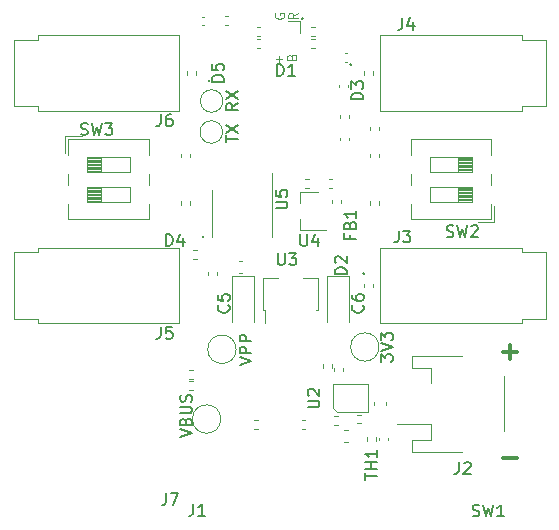
<source format=gbr>
%TF.GenerationSoftware,KiCad,Pcbnew,(5.1.8)-1*%
%TF.CreationDate,2021-07-06T20:41:50+01:00*%
%TF.ProjectId,ESP32-S2-PowerMeter,45535033-322d-4533-922d-506f7765724d,rev?*%
%TF.SameCoordinates,Original*%
%TF.FileFunction,Legend,Top*%
%TF.FilePolarity,Positive*%
%FSLAX46Y46*%
G04 Gerber Fmt 4.6, Leading zero omitted, Abs format (unit mm)*
G04 Created by KiCad (PCBNEW (5.1.8)-1) date 2021-07-06 20:41:50*
%MOMM*%
%LPD*%
G01*
G04 APERTURE LIST*
%ADD10C,0.300000*%
%ADD11C,0.120000*%
%ADD12C,0.150000*%
%ADD13C,0.100000*%
G04 APERTURE END LIST*
D10*
X142428571Y-162607142D02*
X143571428Y-162607142D01*
X142428571Y-153607142D02*
X143571428Y-153607142D01*
X143000000Y-154178571D02*
X143000000Y-153035714D01*
D11*
%TO.C,C1*%
X128959420Y-160190000D02*
X129240580Y-160190000D01*
X128959420Y-161210000D02*
X129240580Y-161210000D01*
%TO.C,C2*%
X131490000Y-158140580D02*
X131490000Y-157859420D01*
X132510000Y-158140580D02*
X132510000Y-157859420D01*
%TO.C,C3*%
X132660000Y-160892164D02*
X132660000Y-161107836D01*
X131940000Y-160892164D02*
X131940000Y-161107836D01*
%TO.C,C4*%
X117107836Y-125960000D02*
X116892164Y-125960000D01*
X117107836Y-125240000D02*
X116892164Y-125240000D01*
%TO.C,C5*%
X121335000Y-151100000D02*
X121335000Y-147190000D01*
X121335000Y-147190000D02*
X119465000Y-147190000D01*
X119465000Y-147190000D02*
X119465000Y-151100000D01*
%TO.C,C6*%
X129335000Y-151100000D02*
X129335000Y-147190000D01*
X129335000Y-147190000D02*
X127465000Y-147190000D01*
X127465000Y-147190000D02*
X127465000Y-151100000D01*
%TO.C,C7*%
X128540000Y-131207836D02*
X128540000Y-130992164D01*
X129260000Y-131207836D02*
X129260000Y-130992164D01*
%TO.C,C8*%
X129207836Y-129060000D02*
X128992164Y-129060000D01*
X129207836Y-128340000D02*
X128992164Y-128340000D01*
%TO.C,C9*%
X128640000Y-135707836D02*
X128640000Y-135492164D01*
X129360000Y-135707836D02*
X129360000Y-135492164D01*
%TO.C,C10*%
X129360000Y-133592164D02*
X129360000Y-133807836D01*
X128640000Y-133592164D02*
X128640000Y-133807836D01*
%TO.C,D1*%
X125511803Y-125400000D02*
G75*
G03*
X125511803Y-125400000I-111803J0D01*
G01*
X124200000Y-125600000D02*
X125200000Y-125600000D01*
X125200000Y-125600000D02*
X125200000Y-126600000D01*
X123400000Y-129050000D02*
X123400000Y-128550000D01*
X123150000Y-128800000D02*
X123650000Y-128800000D01*
%TO.C,J2*%
X138940000Y-162060000D02*
X134690000Y-162060000D01*
X134690000Y-162060000D02*
X134690000Y-161040000D01*
X134690000Y-161040000D02*
X136290000Y-161040000D01*
X136290000Y-161040000D02*
X136290000Y-159760000D01*
X136290000Y-159760000D02*
X133400000Y-159760000D01*
X138940000Y-153940000D02*
X134690000Y-153940000D01*
X134690000Y-153940000D02*
X134690000Y-154960000D01*
X134690000Y-154960000D02*
X136290000Y-154960000D01*
X136290000Y-154960000D02*
X136290000Y-156240000D01*
X142510000Y-160340000D02*
X142510000Y-155660000D01*
%TO.C,J3*%
X144000000Y-150800000D02*
X144000000Y-151200000D01*
X144000000Y-144800000D02*
X144000000Y-145200000D01*
X132000000Y-144800000D02*
X144000000Y-144800000D01*
X144000000Y-151200000D02*
X132000000Y-151200000D01*
X146000000Y-145200000D02*
X144000000Y-145200000D01*
X146000000Y-150800000D02*
X146000000Y-145200000D01*
X144000000Y-150800000D02*
X146000000Y-150800000D01*
X132000000Y-151200000D02*
X132000000Y-144800000D01*
%TO.C,J4*%
X144000000Y-132800000D02*
X144000000Y-133200000D01*
X144000000Y-126800000D02*
X144000000Y-127200000D01*
X132000000Y-126800000D02*
X144000000Y-126800000D01*
X144000000Y-133200000D02*
X132000000Y-133200000D01*
X146000000Y-127200000D02*
X144000000Y-127200000D01*
X146000000Y-132800000D02*
X146000000Y-127200000D01*
X144000000Y-132800000D02*
X146000000Y-132800000D01*
X132000000Y-133200000D02*
X132000000Y-126800000D01*
%TO.C,J5*%
X103000000Y-145200000D02*
X103000000Y-144800000D01*
X103000000Y-151200000D02*
X103000000Y-150800000D01*
X115000000Y-151200000D02*
X103000000Y-151200000D01*
X103000000Y-144800000D02*
X115000000Y-144800000D01*
X101000000Y-150800000D02*
X103000000Y-150800000D01*
X101000000Y-145200000D02*
X101000000Y-150800000D01*
X103000000Y-145200000D02*
X101000000Y-145200000D01*
X115000000Y-144800000D02*
X115000000Y-151200000D01*
%TO.C,J6*%
X103000000Y-127200000D02*
X103000000Y-126800000D01*
X103000000Y-133200000D02*
X103000000Y-132800000D01*
X115000000Y-133200000D02*
X103000000Y-133200000D01*
X103000000Y-126800000D02*
X115000000Y-126800000D01*
X101000000Y-132800000D02*
X103000000Y-132800000D01*
X101000000Y-127200000D02*
X101000000Y-132800000D01*
X103000000Y-127200000D02*
X101000000Y-127200000D01*
X115000000Y-126800000D02*
X115000000Y-133200000D01*
%TO.C,R1*%
X126146359Y-126120000D02*
X126453641Y-126120000D01*
X126146359Y-126880000D02*
X126453641Y-126880000D01*
%TO.C,R2*%
X121853641Y-126880000D02*
X121546359Y-126880000D01*
X121853641Y-126120000D02*
X121546359Y-126120000D01*
%TO.C,R3*%
X121853641Y-127880000D02*
X121546359Y-127880000D01*
X121853641Y-127120000D02*
X121546359Y-127120000D01*
%TO.C,R4*%
X126146359Y-127120000D02*
X126453641Y-127120000D01*
X126146359Y-127880000D02*
X126453641Y-127880000D01*
%TO.C,R5*%
X121346359Y-159420000D02*
X121653641Y-159420000D01*
X121346359Y-160180000D02*
X121653641Y-160180000D01*
%TO.C,R6*%
X125653641Y-160180000D02*
X125346359Y-160180000D01*
X125653641Y-159420000D02*
X125346359Y-159420000D01*
%TO.C,R7*%
X130353641Y-159680000D02*
X130046359Y-159680000D01*
X130353641Y-158920000D02*
X130046359Y-158920000D01*
%TO.C,R8*%
X128403641Y-159780000D02*
X128096359Y-159780000D01*
X128403641Y-159020000D02*
X128096359Y-159020000D01*
%TO.C,R9*%
X119153641Y-125980000D02*
X118846359Y-125980000D01*
X119153641Y-125220000D02*
X118846359Y-125220000D01*
%TO.C,R10*%
X128120000Y-155253641D02*
X128120000Y-154946359D01*
X128880000Y-155253641D02*
X128880000Y-154946359D01*
%TO.C,R11*%
X127880000Y-154646359D02*
X127880000Y-154953641D01*
X127120000Y-154646359D02*
X127120000Y-154953641D01*
%TO.C,R12*%
X127920000Y-141053641D02*
X127920000Y-140746359D01*
X128680000Y-141053641D02*
X128680000Y-140746359D01*
%TO.C,R13*%
X127953641Y-139780000D02*
X127646359Y-139780000D01*
X127953641Y-139020000D02*
X127646359Y-139020000D01*
%TO.C,R14*%
X125953641Y-139780000D02*
X125646359Y-139780000D01*
X125953641Y-139020000D02*
X125646359Y-139020000D01*
%TO.C,R15*%
X131380000Y-147846359D02*
X131380000Y-148153641D01*
X130620000Y-147846359D02*
X130620000Y-148153641D01*
%TO.C,R16*%
X131380000Y-129846359D02*
X131380000Y-130153641D01*
X130620000Y-129846359D02*
X130620000Y-130153641D01*
%TO.C,R17*%
X116453641Y-145780000D02*
X116146359Y-145780000D01*
X116453641Y-145020000D02*
X116146359Y-145020000D01*
%TO.C,R18*%
X115620000Y-130153641D02*
X115620000Y-129846359D01*
X116380000Y-130153641D02*
X116380000Y-129846359D01*
%TO.C,R19*%
X131880000Y-140856359D02*
X131880000Y-141163641D01*
X131120000Y-140856359D02*
X131120000Y-141163641D01*
%TO.C,R20*%
X131880000Y-136846359D02*
X131880000Y-137153641D01*
X131120000Y-136846359D02*
X131120000Y-137153641D01*
%TO.C,R21*%
X115880000Y-140846359D02*
X115880000Y-141153641D01*
X115120000Y-140846359D02*
X115120000Y-141153641D01*
%TO.C,R22*%
X115880000Y-136836359D02*
X115880000Y-137143641D01*
X115120000Y-136836359D02*
X115120000Y-137143641D01*
%TO.C,R23*%
X115846359Y-155120000D02*
X116153641Y-155120000D01*
X115846359Y-155880000D02*
X116153641Y-155880000D01*
%TO.C,R24*%
X116153641Y-156880000D02*
X115846359Y-156880000D01*
X116153641Y-156120000D02*
X115846359Y-156120000D01*
%TO.C,SW2*%
X141410000Y-142380000D02*
X134590000Y-142380000D01*
X141410000Y-135620000D02*
X134590000Y-135620000D01*
X141410000Y-142380000D02*
X141410000Y-141070000D01*
X141410000Y-139470000D02*
X141410000Y-138530000D01*
X141410000Y-136930000D02*
X141410000Y-135620000D01*
X134590000Y-136930000D02*
X134590000Y-135620000D01*
X134590000Y-142380000D02*
X134590000Y-141070000D01*
X134590000Y-139470000D02*
X134590000Y-138530000D01*
X141650000Y-142620000D02*
X140267000Y-142620000D01*
X141650000Y-142620000D02*
X141650000Y-141237000D01*
X139810000Y-140905000D02*
X139810000Y-139635000D01*
X139810000Y-139635000D02*
X136190000Y-139635000D01*
X136190000Y-139635000D02*
X136190000Y-140905000D01*
X136190000Y-140905000D02*
X139810000Y-140905000D01*
X139810000Y-140785000D02*
X138603333Y-140785000D01*
X139810000Y-140665000D02*
X138603333Y-140665000D01*
X139810000Y-140545000D02*
X138603333Y-140545000D01*
X139810000Y-140425000D02*
X138603333Y-140425000D01*
X139810000Y-140305000D02*
X138603333Y-140305000D01*
X139810000Y-140185000D02*
X138603333Y-140185000D01*
X139810000Y-140065000D02*
X138603333Y-140065000D01*
X139810000Y-139945000D02*
X138603333Y-139945000D01*
X139810000Y-139825000D02*
X138603333Y-139825000D01*
X139810000Y-139705000D02*
X138603333Y-139705000D01*
X138603333Y-140905000D02*
X138603333Y-139635000D01*
X139810000Y-138365000D02*
X139810000Y-137095000D01*
X139810000Y-137095000D02*
X136190000Y-137095000D01*
X136190000Y-137095000D02*
X136190000Y-138365000D01*
X136190000Y-138365000D02*
X139810000Y-138365000D01*
X139810000Y-138245000D02*
X138603333Y-138245000D01*
X139810000Y-138125000D02*
X138603333Y-138125000D01*
X139810000Y-138005000D02*
X138603333Y-138005000D01*
X139810000Y-137885000D02*
X138603333Y-137885000D01*
X139810000Y-137765000D02*
X138603333Y-137765000D01*
X139810000Y-137645000D02*
X138603333Y-137645000D01*
X139810000Y-137525000D02*
X138603333Y-137525000D01*
X139810000Y-137405000D02*
X138603333Y-137405000D01*
X139810000Y-137285000D02*
X138603333Y-137285000D01*
X139810000Y-137165000D02*
X138603333Y-137165000D01*
X138603333Y-138365000D02*
X138603333Y-137095000D01*
%TO.C,SW3*%
X105590000Y-135620000D02*
X112410000Y-135620000D01*
X105590000Y-142380000D02*
X112410000Y-142380000D01*
X105590000Y-135620000D02*
X105590000Y-136930000D01*
X105590000Y-138530000D02*
X105590000Y-139470000D01*
X105590000Y-141070000D02*
X105590000Y-142380000D01*
X112410000Y-141070000D02*
X112410000Y-142380000D01*
X112410000Y-135620000D02*
X112410000Y-136930000D01*
X112410000Y-138530000D02*
X112410000Y-139470000D01*
X105350000Y-135380000D02*
X106733000Y-135380000D01*
X105350000Y-135380000D02*
X105350000Y-136763000D01*
X107190000Y-137095000D02*
X107190000Y-138365000D01*
X107190000Y-138365000D02*
X110810000Y-138365000D01*
X110810000Y-138365000D02*
X110810000Y-137095000D01*
X110810000Y-137095000D02*
X107190000Y-137095000D01*
X107190000Y-137215000D02*
X108396667Y-137215000D01*
X107190000Y-137335000D02*
X108396667Y-137335000D01*
X107190000Y-137455000D02*
X108396667Y-137455000D01*
X107190000Y-137575000D02*
X108396667Y-137575000D01*
X107190000Y-137695000D02*
X108396667Y-137695000D01*
X107190000Y-137815000D02*
X108396667Y-137815000D01*
X107190000Y-137935000D02*
X108396667Y-137935000D01*
X107190000Y-138055000D02*
X108396667Y-138055000D01*
X107190000Y-138175000D02*
X108396667Y-138175000D01*
X107190000Y-138295000D02*
X108396667Y-138295000D01*
X108396667Y-137095000D02*
X108396667Y-138365000D01*
X107190000Y-139635000D02*
X107190000Y-140905000D01*
X107190000Y-140905000D02*
X110810000Y-140905000D01*
X110810000Y-140905000D02*
X110810000Y-139635000D01*
X110810000Y-139635000D02*
X107190000Y-139635000D01*
X107190000Y-139755000D02*
X108396667Y-139755000D01*
X107190000Y-139875000D02*
X108396667Y-139875000D01*
X107190000Y-139995000D02*
X108396667Y-139995000D01*
X107190000Y-140115000D02*
X108396667Y-140115000D01*
X107190000Y-140235000D02*
X108396667Y-140235000D01*
X107190000Y-140355000D02*
X108396667Y-140355000D01*
X107190000Y-140475000D02*
X108396667Y-140475000D01*
X107190000Y-140595000D02*
X108396667Y-140595000D01*
X107190000Y-140715000D02*
X108396667Y-140715000D01*
X107190000Y-140835000D02*
X108396667Y-140835000D01*
X108396667Y-139635000D02*
X108396667Y-140905000D01*
%TO.C,TH1*%
X131680000Y-160846359D02*
X131680000Y-161153641D01*
X130920000Y-160846359D02*
X130920000Y-161153641D01*
%TO.C,TP1*%
X118500000Y-159300000D02*
G75*
G03*
X118500000Y-159300000I-1200000J0D01*
G01*
%TO.C,TP2*%
X119800000Y-153400000D02*
G75*
G03*
X119800000Y-153400000I-1200000J0D01*
G01*
%TO.C,TP3*%
X131900000Y-153200000D02*
G75*
G03*
X131900000Y-153200000I-1200000J0D01*
G01*
%TO.C,U2*%
X128350000Y-158700000D02*
X128000000Y-158350000D01*
X128000000Y-158350000D02*
X128025000Y-156300000D01*
X128025000Y-156300000D02*
X130975000Y-156300000D01*
X130975000Y-156300000D02*
X130975000Y-158700000D01*
X130975000Y-158700000D02*
X128350000Y-158700000D01*
%TO.C,U3*%
X125450000Y-147340000D02*
X126760000Y-147340000D01*
X126760000Y-147340000D02*
X126760000Y-150060000D01*
X122270000Y-151200000D02*
X122270000Y-150060000D01*
X122040000Y-147340000D02*
X123350000Y-147340000D01*
X122040000Y-150060000D02*
X122040000Y-147340000D01*
X122040000Y-150060000D02*
X122270000Y-150060000D01*
X126760000Y-150060000D02*
X126530000Y-150060000D01*
%TO.C,U4*%
X125240000Y-140120000D02*
X125240000Y-141050000D01*
X125240000Y-143280000D02*
X125240000Y-142350000D01*
X125240000Y-143280000D02*
X127400000Y-143280000D01*
X125240000Y-140120000D02*
X126700000Y-140120000D01*
%TO.C,U5*%
X117740000Y-141900000D02*
X117740000Y-143850000D01*
X117740000Y-141900000D02*
X117740000Y-139950000D01*
X122860000Y-141900000D02*
X122860000Y-143850000D01*
X122860000Y-141900000D02*
X122860000Y-138450000D01*
%TO.C,C11*%
X131140000Y-134807836D02*
X131140000Y-134592164D01*
X131860000Y-134807836D02*
X131860000Y-134592164D01*
%TO.C,C12*%
X118160000Y-146892164D02*
X118160000Y-147107836D01*
X117440000Y-146892164D02*
X117440000Y-147107836D01*
%TO.C,C13*%
X120340580Y-146910000D02*
X120059420Y-146910000D01*
X120340580Y-145890000D02*
X120059420Y-145890000D01*
%TO.C,TP4*%
X118674999Y-132375001D02*
G75*
G03*
X118674999Y-132375001I-950000J0D01*
G01*
%TO.C,TP5*%
X118650000Y-135000000D02*
G75*
G03*
X118650000Y-135000000I-950000J0D01*
G01*
%TO.C,D2*%
X130700000Y-147000000D02*
G75*
G03*
X130700000Y-147000000I-100000J0D01*
G01*
%TO.C,D3*%
X129600000Y-129300000D02*
G75*
G03*
X129600000Y-129300000I-100000J0D01*
G01*
%TO.C,D4*%
X117100000Y-143900000D02*
G75*
G03*
X117100000Y-143900000I-100000J0D01*
G01*
%TO.C,D5*%
X117600000Y-130700000D02*
G75*
G03*
X117600000Y-130700000I-100000J0D01*
G01*
%TO.C,C5*%
D12*
X119157142Y-149666666D02*
X119204761Y-149714285D01*
X119252380Y-149857142D01*
X119252380Y-149952380D01*
X119204761Y-150095238D01*
X119109523Y-150190476D01*
X119014285Y-150238095D01*
X118823809Y-150285714D01*
X118680952Y-150285714D01*
X118490476Y-150238095D01*
X118395238Y-150190476D01*
X118300000Y-150095238D01*
X118252380Y-149952380D01*
X118252380Y-149857142D01*
X118300000Y-149714285D01*
X118347619Y-149666666D01*
X118252380Y-148761904D02*
X118252380Y-149238095D01*
X118728571Y-149285714D01*
X118680952Y-149238095D01*
X118633333Y-149142857D01*
X118633333Y-148904761D01*
X118680952Y-148809523D01*
X118728571Y-148761904D01*
X118823809Y-148714285D01*
X119061904Y-148714285D01*
X119157142Y-148761904D01*
X119204761Y-148809523D01*
X119252380Y-148904761D01*
X119252380Y-149142857D01*
X119204761Y-149238095D01*
X119157142Y-149285714D01*
%TO.C,C6*%
X130507142Y-149666666D02*
X130554761Y-149714285D01*
X130602380Y-149857142D01*
X130602380Y-149952380D01*
X130554761Y-150095238D01*
X130459523Y-150190476D01*
X130364285Y-150238095D01*
X130173809Y-150285714D01*
X130030952Y-150285714D01*
X129840476Y-150238095D01*
X129745238Y-150190476D01*
X129650000Y-150095238D01*
X129602380Y-149952380D01*
X129602380Y-149857142D01*
X129650000Y-149714285D01*
X129697619Y-149666666D01*
X129602380Y-148809523D02*
X129602380Y-149000000D01*
X129650000Y-149095238D01*
X129697619Y-149142857D01*
X129840476Y-149238095D01*
X130030952Y-149285714D01*
X130411904Y-149285714D01*
X130507142Y-149238095D01*
X130554761Y-149190476D01*
X130602380Y-149095238D01*
X130602380Y-148904761D01*
X130554761Y-148809523D01*
X130507142Y-148761904D01*
X130411904Y-148714285D01*
X130173809Y-148714285D01*
X130078571Y-148761904D01*
X130030952Y-148809523D01*
X129983333Y-148904761D01*
X129983333Y-149095238D01*
X130030952Y-149190476D01*
X130078571Y-149238095D01*
X130173809Y-149285714D01*
%TO.C,D1*%
X123261904Y-130252380D02*
X123261904Y-129252380D01*
X123500000Y-129252380D01*
X123642857Y-129300000D01*
X123738095Y-129395238D01*
X123785714Y-129490476D01*
X123833333Y-129680952D01*
X123833333Y-129823809D01*
X123785714Y-130014285D01*
X123738095Y-130109523D01*
X123642857Y-130204761D01*
X123500000Y-130252380D01*
X123261904Y-130252380D01*
X124785714Y-130252380D02*
X124214285Y-130252380D01*
X124500000Y-130252380D02*
X124500000Y-129252380D01*
X124404761Y-129395238D01*
X124309523Y-129490476D01*
X124214285Y-129538095D01*
D13*
X124492857Y-128642857D02*
X124530952Y-128528571D01*
X124569047Y-128490476D01*
X124645238Y-128452380D01*
X124759523Y-128452380D01*
X124835714Y-128490476D01*
X124873809Y-128528571D01*
X124911904Y-128604761D01*
X124911904Y-128909523D01*
X124111904Y-128909523D01*
X124111904Y-128642857D01*
X124150000Y-128566666D01*
X124188095Y-128528571D01*
X124264285Y-128490476D01*
X124340476Y-128490476D01*
X124416666Y-128528571D01*
X124454761Y-128566666D01*
X124492857Y-128642857D01*
X124492857Y-128909523D01*
X123100000Y-124940476D02*
X123061904Y-125016666D01*
X123061904Y-125130952D01*
X123100000Y-125245238D01*
X123176190Y-125321428D01*
X123252380Y-125359523D01*
X123404761Y-125397619D01*
X123519047Y-125397619D01*
X123671428Y-125359523D01*
X123747619Y-125321428D01*
X123823809Y-125245238D01*
X123861904Y-125130952D01*
X123861904Y-125054761D01*
X123823809Y-124940476D01*
X123785714Y-124902380D01*
X123519047Y-124902380D01*
X123519047Y-125054761D01*
X125011904Y-124902380D02*
X124630952Y-125169047D01*
X125011904Y-125359523D02*
X124211904Y-125359523D01*
X124211904Y-125054761D01*
X124250000Y-124978571D01*
X124288095Y-124940476D01*
X124364285Y-124902380D01*
X124478571Y-124902380D01*
X124554761Y-124940476D01*
X124592857Y-124978571D01*
X124630952Y-125054761D01*
X124630952Y-125359523D01*
%TO.C,FB1*%
D12*
X129428571Y-143733333D02*
X129428571Y-144066666D01*
X129952380Y-144066666D02*
X128952380Y-144066666D01*
X128952380Y-143590476D01*
X129428571Y-142876190D02*
X129476190Y-142733333D01*
X129523809Y-142685714D01*
X129619047Y-142638095D01*
X129761904Y-142638095D01*
X129857142Y-142685714D01*
X129904761Y-142733333D01*
X129952380Y-142828571D01*
X129952380Y-143209523D01*
X128952380Y-143209523D01*
X128952380Y-142876190D01*
X129000000Y-142780952D01*
X129047619Y-142733333D01*
X129142857Y-142685714D01*
X129238095Y-142685714D01*
X129333333Y-142733333D01*
X129380952Y-142780952D01*
X129428571Y-142876190D01*
X129428571Y-143209523D01*
X129952380Y-141685714D02*
X129952380Y-142257142D01*
X129952380Y-141971428D02*
X128952380Y-141971428D01*
X129095238Y-142066666D01*
X129190476Y-142161904D01*
X129238095Y-142257142D01*
%TO.C,J1*%
X116166666Y-166502380D02*
X116166666Y-167216666D01*
X116119047Y-167359523D01*
X116023809Y-167454761D01*
X115880952Y-167502380D01*
X115785714Y-167502380D01*
X117166666Y-167502380D02*
X116595238Y-167502380D01*
X116880952Y-167502380D02*
X116880952Y-166502380D01*
X116785714Y-166645238D01*
X116690476Y-166740476D01*
X116595238Y-166788095D01*
%TO.C,J2*%
X138666666Y-162952380D02*
X138666666Y-163666666D01*
X138619047Y-163809523D01*
X138523809Y-163904761D01*
X138380952Y-163952380D01*
X138285714Y-163952380D01*
X139095238Y-163047619D02*
X139142857Y-163000000D01*
X139238095Y-162952380D01*
X139476190Y-162952380D01*
X139571428Y-163000000D01*
X139619047Y-163047619D01*
X139666666Y-163142857D01*
X139666666Y-163238095D01*
X139619047Y-163380952D01*
X139047619Y-163952380D01*
X139666666Y-163952380D01*
%TO.C,J3*%
X133566666Y-143352380D02*
X133566666Y-144066666D01*
X133519047Y-144209523D01*
X133423809Y-144304761D01*
X133280952Y-144352380D01*
X133185714Y-144352380D01*
X133947619Y-143352380D02*
X134566666Y-143352380D01*
X134233333Y-143733333D01*
X134376190Y-143733333D01*
X134471428Y-143780952D01*
X134519047Y-143828571D01*
X134566666Y-143923809D01*
X134566666Y-144161904D01*
X134519047Y-144257142D01*
X134471428Y-144304761D01*
X134376190Y-144352380D01*
X134090476Y-144352380D01*
X133995238Y-144304761D01*
X133947619Y-144257142D01*
%TO.C,J4*%
X133866666Y-125352380D02*
X133866666Y-126066666D01*
X133819047Y-126209523D01*
X133723809Y-126304761D01*
X133580952Y-126352380D01*
X133485714Y-126352380D01*
X134771428Y-125685714D02*
X134771428Y-126352380D01*
X134533333Y-125304761D02*
X134295238Y-126019047D01*
X134914285Y-126019047D01*
%TO.C,J5*%
X113416666Y-151502380D02*
X113416666Y-152216666D01*
X113369047Y-152359523D01*
X113273809Y-152454761D01*
X113130952Y-152502380D01*
X113035714Y-152502380D01*
X114369047Y-151502380D02*
X113892857Y-151502380D01*
X113845238Y-151978571D01*
X113892857Y-151930952D01*
X113988095Y-151883333D01*
X114226190Y-151883333D01*
X114321428Y-151930952D01*
X114369047Y-151978571D01*
X114416666Y-152073809D01*
X114416666Y-152311904D01*
X114369047Y-152407142D01*
X114321428Y-152454761D01*
X114226190Y-152502380D01*
X113988095Y-152502380D01*
X113892857Y-152454761D01*
X113845238Y-152407142D01*
%TO.C,J6*%
X113416666Y-133502380D02*
X113416666Y-134216666D01*
X113369047Y-134359523D01*
X113273809Y-134454761D01*
X113130952Y-134502380D01*
X113035714Y-134502380D01*
X114321428Y-133502380D02*
X114130952Y-133502380D01*
X114035714Y-133550000D01*
X113988095Y-133597619D01*
X113892857Y-133740476D01*
X113845238Y-133930952D01*
X113845238Y-134311904D01*
X113892857Y-134407142D01*
X113940476Y-134454761D01*
X114035714Y-134502380D01*
X114226190Y-134502380D01*
X114321428Y-134454761D01*
X114369047Y-134407142D01*
X114416666Y-134311904D01*
X114416666Y-134073809D01*
X114369047Y-133978571D01*
X114321428Y-133930952D01*
X114226190Y-133883333D01*
X114035714Y-133883333D01*
X113940476Y-133930952D01*
X113892857Y-133978571D01*
X113845238Y-134073809D01*
%TO.C,J7*%
X113866666Y-165602380D02*
X113866666Y-166316666D01*
X113819047Y-166459523D01*
X113723809Y-166554761D01*
X113580952Y-166602380D01*
X113485714Y-166602380D01*
X114247619Y-165602380D02*
X114914285Y-165602380D01*
X114485714Y-166602380D01*
%TO.C,SW1*%
X139816666Y-167504761D02*
X139959523Y-167552380D01*
X140197619Y-167552380D01*
X140292857Y-167504761D01*
X140340476Y-167457142D01*
X140388095Y-167361904D01*
X140388095Y-167266666D01*
X140340476Y-167171428D01*
X140292857Y-167123809D01*
X140197619Y-167076190D01*
X140007142Y-167028571D01*
X139911904Y-166980952D01*
X139864285Y-166933333D01*
X139816666Y-166838095D01*
X139816666Y-166742857D01*
X139864285Y-166647619D01*
X139911904Y-166600000D01*
X140007142Y-166552380D01*
X140245238Y-166552380D01*
X140388095Y-166600000D01*
X140721428Y-166552380D02*
X140959523Y-167552380D01*
X141150000Y-166838095D01*
X141340476Y-167552380D01*
X141578571Y-166552380D01*
X142483333Y-167552380D02*
X141911904Y-167552380D01*
X142197619Y-167552380D02*
X142197619Y-166552380D01*
X142102380Y-166695238D01*
X142007142Y-166790476D01*
X141911904Y-166838095D01*
%TO.C,SW2*%
X137616666Y-143854761D02*
X137759523Y-143902380D01*
X137997619Y-143902380D01*
X138092857Y-143854761D01*
X138140476Y-143807142D01*
X138188095Y-143711904D01*
X138188095Y-143616666D01*
X138140476Y-143521428D01*
X138092857Y-143473809D01*
X137997619Y-143426190D01*
X137807142Y-143378571D01*
X137711904Y-143330952D01*
X137664285Y-143283333D01*
X137616666Y-143188095D01*
X137616666Y-143092857D01*
X137664285Y-142997619D01*
X137711904Y-142950000D01*
X137807142Y-142902380D01*
X138045238Y-142902380D01*
X138188095Y-142950000D01*
X138521428Y-142902380D02*
X138759523Y-143902380D01*
X138950000Y-143188095D01*
X139140476Y-143902380D01*
X139378571Y-142902380D01*
X139711904Y-142997619D02*
X139759523Y-142950000D01*
X139854761Y-142902380D01*
X140092857Y-142902380D01*
X140188095Y-142950000D01*
X140235714Y-142997619D01*
X140283333Y-143092857D01*
X140283333Y-143188095D01*
X140235714Y-143330952D01*
X139664285Y-143902380D01*
X140283333Y-143902380D01*
%TO.C,SW3*%
X106666666Y-135204761D02*
X106809523Y-135252380D01*
X107047619Y-135252380D01*
X107142857Y-135204761D01*
X107190476Y-135157142D01*
X107238095Y-135061904D01*
X107238095Y-134966666D01*
X107190476Y-134871428D01*
X107142857Y-134823809D01*
X107047619Y-134776190D01*
X106857142Y-134728571D01*
X106761904Y-134680952D01*
X106714285Y-134633333D01*
X106666666Y-134538095D01*
X106666666Y-134442857D01*
X106714285Y-134347619D01*
X106761904Y-134300000D01*
X106857142Y-134252380D01*
X107095238Y-134252380D01*
X107238095Y-134300000D01*
X107571428Y-134252380D02*
X107809523Y-135252380D01*
X108000000Y-134538095D01*
X108190476Y-135252380D01*
X108428571Y-134252380D01*
X108714285Y-134252380D02*
X109333333Y-134252380D01*
X109000000Y-134633333D01*
X109142857Y-134633333D01*
X109238095Y-134680952D01*
X109285714Y-134728571D01*
X109333333Y-134823809D01*
X109333333Y-135061904D01*
X109285714Y-135157142D01*
X109238095Y-135204761D01*
X109142857Y-135252380D01*
X108857142Y-135252380D01*
X108761904Y-135204761D01*
X108714285Y-135157142D01*
%TO.C,TH1*%
X130752380Y-164435714D02*
X130752380Y-163864285D01*
X131752380Y-164150000D02*
X130752380Y-164150000D01*
X131752380Y-163530952D02*
X130752380Y-163530952D01*
X131228571Y-163530952D02*
X131228571Y-162959523D01*
X131752380Y-162959523D02*
X130752380Y-162959523D01*
X131752380Y-161959523D02*
X131752380Y-162530952D01*
X131752380Y-162245238D02*
X130752380Y-162245238D01*
X130895238Y-162340476D01*
X130990476Y-162435714D01*
X131038095Y-162530952D01*
%TO.C,TP1*%
X115052380Y-160833333D02*
X116052380Y-160500000D01*
X115052380Y-160166666D01*
X115528571Y-159500000D02*
X115576190Y-159357142D01*
X115623809Y-159309523D01*
X115719047Y-159261904D01*
X115861904Y-159261904D01*
X115957142Y-159309523D01*
X116004761Y-159357142D01*
X116052380Y-159452380D01*
X116052380Y-159833333D01*
X115052380Y-159833333D01*
X115052380Y-159500000D01*
X115100000Y-159404761D01*
X115147619Y-159357142D01*
X115242857Y-159309523D01*
X115338095Y-159309523D01*
X115433333Y-159357142D01*
X115480952Y-159404761D01*
X115528571Y-159500000D01*
X115528571Y-159833333D01*
X115052380Y-158833333D02*
X115861904Y-158833333D01*
X115957142Y-158785714D01*
X116004761Y-158738095D01*
X116052380Y-158642857D01*
X116052380Y-158452380D01*
X116004761Y-158357142D01*
X115957142Y-158309523D01*
X115861904Y-158261904D01*
X115052380Y-158261904D01*
X116004761Y-157833333D02*
X116052380Y-157690476D01*
X116052380Y-157452380D01*
X116004761Y-157357142D01*
X115957142Y-157309523D01*
X115861904Y-157261904D01*
X115766666Y-157261904D01*
X115671428Y-157309523D01*
X115623809Y-157357142D01*
X115576190Y-157452380D01*
X115528571Y-157642857D01*
X115480952Y-157738095D01*
X115433333Y-157785714D01*
X115338095Y-157833333D01*
X115242857Y-157833333D01*
X115147619Y-157785714D01*
X115100000Y-157738095D01*
X115052380Y-157642857D01*
X115052380Y-157404761D01*
X115100000Y-157261904D01*
%TO.C,TP2*%
X120102380Y-154733333D02*
X121102380Y-154400000D01*
X120102380Y-154066666D01*
X121102380Y-153733333D02*
X120102380Y-153733333D01*
X120102380Y-153352380D01*
X120150000Y-153257142D01*
X120197619Y-153209523D01*
X120292857Y-153161904D01*
X120435714Y-153161904D01*
X120530952Y-153209523D01*
X120578571Y-153257142D01*
X120626190Y-153352380D01*
X120626190Y-153733333D01*
X121102380Y-152733333D02*
X120102380Y-152733333D01*
X120102380Y-152352380D01*
X120150000Y-152257142D01*
X120197619Y-152209523D01*
X120292857Y-152161904D01*
X120435714Y-152161904D01*
X120530952Y-152209523D01*
X120578571Y-152257142D01*
X120626190Y-152352380D01*
X120626190Y-152733333D01*
%TO.C,TP3*%
X132052380Y-154438095D02*
X132052380Y-153819047D01*
X132433333Y-154152380D01*
X132433333Y-154009523D01*
X132480952Y-153914285D01*
X132528571Y-153866666D01*
X132623809Y-153819047D01*
X132861904Y-153819047D01*
X132957142Y-153866666D01*
X133004761Y-153914285D01*
X133052380Y-154009523D01*
X133052380Y-154295238D01*
X133004761Y-154390476D01*
X132957142Y-154438095D01*
X132052380Y-153533333D02*
X133052380Y-153200000D01*
X132052380Y-152866666D01*
X132052380Y-152628571D02*
X132052380Y-152009523D01*
X132433333Y-152342857D01*
X132433333Y-152200000D01*
X132480952Y-152104761D01*
X132528571Y-152057142D01*
X132623809Y-152009523D01*
X132861904Y-152009523D01*
X132957142Y-152057142D01*
X133004761Y-152104761D01*
X133052380Y-152200000D01*
X133052380Y-152485714D01*
X133004761Y-152580952D01*
X132957142Y-152628571D01*
%TO.C,U2*%
X125852380Y-158311904D02*
X126661904Y-158311904D01*
X126757142Y-158264285D01*
X126804761Y-158216666D01*
X126852380Y-158121428D01*
X126852380Y-157930952D01*
X126804761Y-157835714D01*
X126757142Y-157788095D01*
X126661904Y-157740476D01*
X125852380Y-157740476D01*
X125947619Y-157311904D02*
X125900000Y-157264285D01*
X125852380Y-157169047D01*
X125852380Y-156930952D01*
X125900000Y-156835714D01*
X125947619Y-156788095D01*
X126042857Y-156740476D01*
X126138095Y-156740476D01*
X126280952Y-156788095D01*
X126852380Y-157359523D01*
X126852380Y-156740476D01*
%TO.C,U3*%
X123338095Y-145252380D02*
X123338095Y-146061904D01*
X123385714Y-146157142D01*
X123433333Y-146204761D01*
X123528571Y-146252380D01*
X123719047Y-146252380D01*
X123814285Y-146204761D01*
X123861904Y-146157142D01*
X123909523Y-146061904D01*
X123909523Y-145252380D01*
X124290476Y-145252380D02*
X124909523Y-145252380D01*
X124576190Y-145633333D01*
X124719047Y-145633333D01*
X124814285Y-145680952D01*
X124861904Y-145728571D01*
X124909523Y-145823809D01*
X124909523Y-146061904D01*
X124861904Y-146157142D01*
X124814285Y-146204761D01*
X124719047Y-146252380D01*
X124433333Y-146252380D01*
X124338095Y-146204761D01*
X124290476Y-146157142D01*
%TO.C,U4*%
X125238095Y-143652380D02*
X125238095Y-144461904D01*
X125285714Y-144557142D01*
X125333333Y-144604761D01*
X125428571Y-144652380D01*
X125619047Y-144652380D01*
X125714285Y-144604761D01*
X125761904Y-144557142D01*
X125809523Y-144461904D01*
X125809523Y-143652380D01*
X126714285Y-143985714D02*
X126714285Y-144652380D01*
X126476190Y-143604761D02*
X126238095Y-144319047D01*
X126857142Y-144319047D01*
%TO.C,U5*%
X123152380Y-141461904D02*
X123961904Y-141461904D01*
X124057142Y-141414285D01*
X124104761Y-141366666D01*
X124152380Y-141271428D01*
X124152380Y-141080952D01*
X124104761Y-140985714D01*
X124057142Y-140938095D01*
X123961904Y-140890476D01*
X123152380Y-140890476D01*
X123152380Y-139938095D02*
X123152380Y-140414285D01*
X123628571Y-140461904D01*
X123580952Y-140414285D01*
X123533333Y-140319047D01*
X123533333Y-140080952D01*
X123580952Y-139985714D01*
X123628571Y-139938095D01*
X123723809Y-139890476D01*
X123961904Y-139890476D01*
X124057142Y-139938095D01*
X124104761Y-139985714D01*
X124152380Y-140080952D01*
X124152380Y-140319047D01*
X124104761Y-140414285D01*
X124057142Y-140461904D01*
%TO.C,TP4*%
X119952380Y-132566666D02*
X119476190Y-132900000D01*
X119952380Y-133138095D02*
X118952380Y-133138095D01*
X118952380Y-132757142D01*
X119000000Y-132661904D01*
X119047619Y-132614285D01*
X119142857Y-132566666D01*
X119285714Y-132566666D01*
X119380952Y-132614285D01*
X119428571Y-132661904D01*
X119476190Y-132757142D01*
X119476190Y-133138095D01*
X118952380Y-132233333D02*
X119952380Y-131566666D01*
X118952380Y-131566666D02*
X119952380Y-132233333D01*
%TO.C,TP5*%
X118952380Y-135861904D02*
X118952380Y-135290476D01*
X119952380Y-135576190D02*
X118952380Y-135576190D01*
X118952380Y-135052380D02*
X119952380Y-134385714D01*
X118952380Y-134385714D02*
X119952380Y-135052380D01*
%TO.C,D2*%
X129152380Y-147038095D02*
X128152380Y-147038095D01*
X128152380Y-146800000D01*
X128200000Y-146657142D01*
X128295238Y-146561904D01*
X128390476Y-146514285D01*
X128580952Y-146466666D01*
X128723809Y-146466666D01*
X128914285Y-146514285D01*
X129009523Y-146561904D01*
X129104761Y-146657142D01*
X129152380Y-146800000D01*
X129152380Y-147038095D01*
X128247619Y-146085714D02*
X128200000Y-146038095D01*
X128152380Y-145942857D01*
X128152380Y-145704761D01*
X128200000Y-145609523D01*
X128247619Y-145561904D01*
X128342857Y-145514285D01*
X128438095Y-145514285D01*
X128580952Y-145561904D01*
X129152380Y-146133333D01*
X129152380Y-145514285D01*
%TO.C,D3*%
X130552380Y-132238095D02*
X129552380Y-132238095D01*
X129552380Y-132000000D01*
X129600000Y-131857142D01*
X129695238Y-131761904D01*
X129790476Y-131714285D01*
X129980952Y-131666666D01*
X130123809Y-131666666D01*
X130314285Y-131714285D01*
X130409523Y-131761904D01*
X130504761Y-131857142D01*
X130552380Y-132000000D01*
X130552380Y-132238095D01*
X129552380Y-131333333D02*
X129552380Y-130714285D01*
X129933333Y-131047619D01*
X129933333Y-130904761D01*
X129980952Y-130809523D01*
X130028571Y-130761904D01*
X130123809Y-130714285D01*
X130361904Y-130714285D01*
X130457142Y-130761904D01*
X130504761Y-130809523D01*
X130552380Y-130904761D01*
X130552380Y-131190476D01*
X130504761Y-131285714D01*
X130457142Y-131333333D01*
%TO.C,D4*%
X113861904Y-144652380D02*
X113861904Y-143652380D01*
X114100000Y-143652380D01*
X114242857Y-143700000D01*
X114338095Y-143795238D01*
X114385714Y-143890476D01*
X114433333Y-144080952D01*
X114433333Y-144223809D01*
X114385714Y-144414285D01*
X114338095Y-144509523D01*
X114242857Y-144604761D01*
X114100000Y-144652380D01*
X113861904Y-144652380D01*
X115290476Y-143985714D02*
X115290476Y-144652380D01*
X115052380Y-143604761D02*
X114814285Y-144319047D01*
X115433333Y-144319047D01*
%TO.C,D5*%
X118752380Y-130738095D02*
X117752380Y-130738095D01*
X117752380Y-130500000D01*
X117800000Y-130357142D01*
X117895238Y-130261904D01*
X117990476Y-130214285D01*
X118180952Y-130166666D01*
X118323809Y-130166666D01*
X118514285Y-130214285D01*
X118609523Y-130261904D01*
X118704761Y-130357142D01*
X118752380Y-130500000D01*
X118752380Y-130738095D01*
X117752380Y-129261904D02*
X117752380Y-129738095D01*
X118228571Y-129785714D01*
X118180952Y-129738095D01*
X118133333Y-129642857D01*
X118133333Y-129404761D01*
X118180952Y-129309523D01*
X118228571Y-129261904D01*
X118323809Y-129214285D01*
X118561904Y-129214285D01*
X118657142Y-129261904D01*
X118704761Y-129309523D01*
X118752380Y-129404761D01*
X118752380Y-129642857D01*
X118704761Y-129738095D01*
X118657142Y-129785714D01*
%TD*%
M02*

</source>
